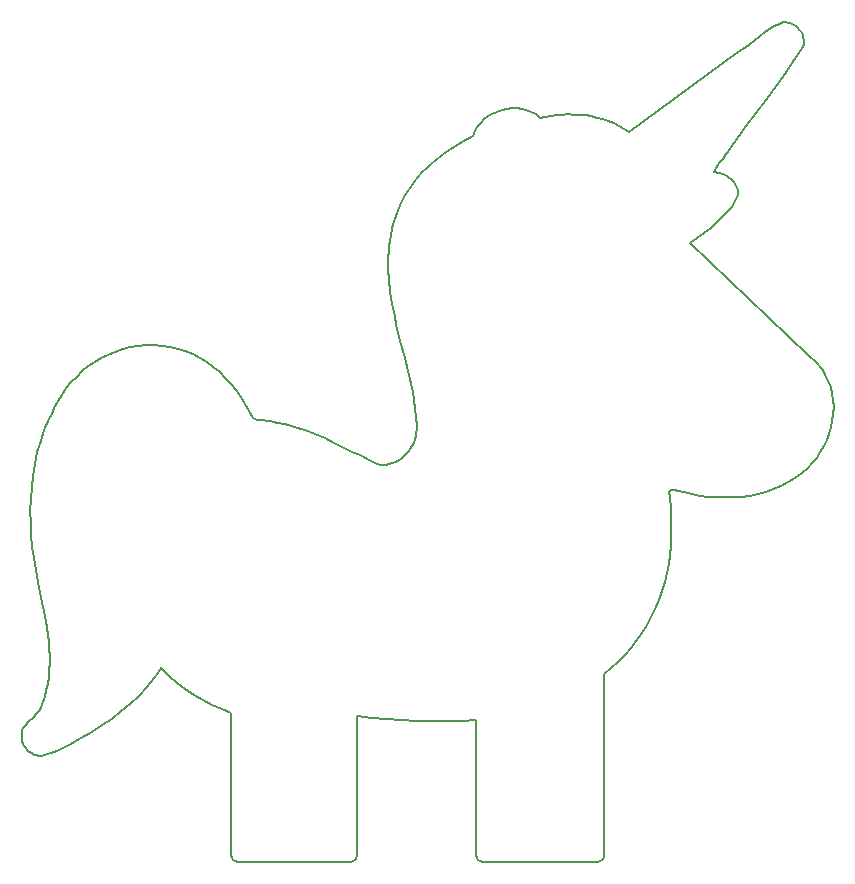
<source format=gm1>
G04 #@! TF.GenerationSoftware,KiCad,Pcbnew,7.0.2.1-36-g582732918d-dirty-deb11*
G04 #@! TF.CreationDate,2024-01-19T22:58:33+00:00*
G04 #@! TF.ProjectId,unicorn_simple,756e6963-6f72-46e5-9f73-696d706c652e,rev?*
G04 #@! TF.SameCoordinates,Original*
G04 #@! TF.FileFunction,Profile,NP*
%FSLAX46Y46*%
G04 Gerber Fmt 4.6, Leading zero omitted, Abs format (unit mm)*
G04 Created by KiCad (PCBNEW 7.0.2.1-36-g582732918d-dirty-deb11) date 2024-01-19 22:58:33*
%MOMM*%
%LPD*%
G01*
G04 APERTURE LIST*
G04 #@! TA.AperFunction,Profile*
%ADD10C,0.200000*%
G04 #@! TD*
G04 APERTURE END LIST*
D10*
X197247778Y-116203922D02*
G75*
G03*
X197747782Y-116703922I500022J22D01*
G01*
X207589141Y-116703941D02*
G75*
G03*
X208089141Y-116203922I-41J500041D01*
G01*
X221743516Y-85386250D02*
X222397579Y-85164219D01*
X221751063Y-52211609D02*
X223374188Y-49971128D01*
X168669297Y-102644640D02*
X169345016Y-101917187D01*
X223817047Y-45705355D02*
X223632094Y-45658437D01*
X158764035Y-106258609D02*
X158809972Y-106480422D01*
X185237641Y-81247500D02*
X184406829Y-80849266D01*
X177015641Y-116703922D02*
X186654110Y-116703922D01*
X218178766Y-62068922D02*
X218423110Y-61800844D01*
X161106979Y-100448062D02*
X161056130Y-101036609D01*
X192205046Y-79790625D02*
X192203954Y-80080469D01*
X162166100Y-77160594D02*
X161823888Y-77722672D01*
X176481844Y-76243703D02*
X176013282Y-75735984D01*
X191511937Y-81956469D02*
X191327641Y-82177734D01*
X222185172Y-46107978D02*
X221701735Y-46425320D01*
X213724579Y-89934828D02*
X213765485Y-88948156D01*
X219370297Y-48176022D02*
X210174157Y-54919866D01*
X201495797Y-53071953D02*
X201085750Y-52970956D01*
X159659729Y-90017844D02*
X159786329Y-91016765D01*
X221236672Y-46776284D02*
X220323829Y-47511000D01*
X172576829Y-102072828D02*
X173312813Y-102571797D01*
X226916407Y-80989375D02*
X227123016Y-80452890D01*
X217413907Y-58285859D02*
X217451860Y-58116109D01*
X227504079Y-78212781D02*
X227477063Y-77649828D01*
X194268297Y-56927969D02*
X193852454Y-57255766D01*
X189797157Y-66486359D02*
X189852063Y-67426000D01*
X169924266Y-72969344D02*
X169259922Y-72970219D01*
X224929062Y-47688723D02*
X224971501Y-47498148D01*
X189856329Y-64584000D02*
X189817719Y-65059781D01*
X167955297Y-73135484D02*
X167320047Y-73295062D01*
X192156485Y-79060547D02*
X192205046Y-79790625D01*
X190180297Y-69787844D02*
X190324563Y-70503156D01*
X219385500Y-60268937D02*
X219396438Y-60062656D01*
X167951469Y-103331078D02*
X168669297Y-102644640D01*
X207001954Y-53597325D02*
X206513594Y-53519866D01*
X189912438Y-64109750D02*
X189856329Y-64584000D01*
X187211969Y-82219297D02*
X186878485Y-82077000D01*
X209328797Y-54391836D02*
X208884407Y-54175033D01*
X208089141Y-116203922D02*
X208084875Y-100825297D01*
X170269344Y-100747531D02*
X170551313Y-100336173D01*
X173312813Y-102571797D02*
X174076469Y-103027015D01*
X197128344Y-54848969D02*
X196959360Y-55248844D01*
X160973552Y-101621547D02*
X160856543Y-102202000D01*
X161290630Y-78758234D02*
X161074144Y-79214437D01*
X159495163Y-87002047D02*
X159511646Y-88008187D01*
X167196235Y-103977703D02*
X167951469Y-103331078D01*
X180501485Y-79537531D02*
X180043969Y-79468078D01*
X224795735Y-83796048D02*
X225325329Y-83325516D01*
X227067891Y-76019265D02*
X226814688Y-75508922D01*
X189951704Y-68346500D02*
X190054844Y-69069140D01*
X176515641Y-104106547D02*
X176515641Y-116203922D01*
X220391422Y-85698297D02*
X221073704Y-85563765D01*
X218652579Y-61521281D02*
X218865422Y-61229250D01*
X183565735Y-80476953D02*
X182711626Y-80141500D01*
X195988657Y-104774172D02*
X197247782Y-104713250D01*
X207960844Y-53830436D02*
X207484954Y-53700487D01*
X170622297Y-73006531D02*
X169924266Y-72969344D01*
X160702379Y-102777312D02*
X160508369Y-103346719D01*
X173244782Y-73743500D02*
X172618063Y-73477828D01*
X161823888Y-77722672D02*
X161522833Y-78307390D01*
X226499579Y-75022094D02*
X225980266Y-74419984D01*
X171870047Y-101532406D02*
X172576829Y-102072828D01*
X211681125Y-96666312D02*
X212064266Y-95977031D01*
X165511029Y-74054234D02*
X164948415Y-74392859D01*
X216205641Y-85701031D02*
X216898750Y-85787875D01*
X178693735Y-79280828D02*
X178489641Y-79225594D01*
X218676860Y-58772906D02*
X218515094Y-58662984D01*
X215311719Y-64329922D02*
X216500297Y-63490359D01*
X191327641Y-82177734D02*
X191125187Y-82380953D01*
X213584469Y-85415781D02*
X213607766Y-85329047D01*
X190082079Y-63170437D02*
X189987360Y-63638234D01*
X193062219Y-57956422D02*
X192690891Y-58329937D01*
X158761716Y-105807765D02*
X158747311Y-106033187D01*
X200666079Y-52920698D02*
X200242141Y-52919561D01*
X218827141Y-58895187D02*
X218676860Y-58772906D01*
X205032766Y-53430900D02*
X204539485Y-53445447D01*
X159783443Y-104428000D02*
X159322383Y-104892187D01*
X162964363Y-76113437D02*
X162547065Y-76623344D01*
X223245671Y-45642215D02*
X222965890Y-45732224D01*
X208084875Y-100825297D02*
X208688188Y-100314625D01*
X224319735Y-45977091D02*
X224162563Y-45866704D01*
X159409544Y-107409234D02*
X159589838Y-107533812D01*
X213222547Y-93050156D02*
X213412532Y-92284750D01*
X224941313Y-46928064D02*
X224884219Y-46745309D01*
X221701735Y-46425320D02*
X221236672Y-46776284D01*
X181841657Y-79854172D02*
X181400001Y-79732000D01*
X224975985Y-47115795D02*
X224941313Y-46928064D01*
X209810047Y-99202937D02*
X210326188Y-98605312D01*
X217793000Y-58354984D02*
X217413907Y-58285859D01*
X219275251Y-59499703D02*
X219190047Y-59332031D01*
X219059672Y-60923875D02*
X219233688Y-60604062D01*
X188418266Y-104502156D02*
X189681766Y-104621375D01*
X186878485Y-82077000D02*
X185237641Y-81247500D01*
X217652454Y-62574562D02*
X218178766Y-62068922D01*
X216898750Y-85787875D02*
X217597766Y-85842015D01*
X219396438Y-60062656D02*
X219380360Y-59865344D01*
X209759188Y-54639756D02*
X209328797Y-54391836D01*
X162267677Y-107049390D02*
X162772124Y-106791047D01*
X203563969Y-53534358D02*
X203084907Y-53606556D01*
X213610610Y-85675765D02*
X213584579Y-85530406D01*
X218470032Y-56668094D02*
X220102125Y-54435487D01*
X179139219Y-79339781D02*
X178693735Y-79280828D01*
X174076469Y-103027015D02*
X174865938Y-103436078D01*
X202265360Y-53432737D02*
X201890751Y-53225341D01*
X192078391Y-78335390D02*
X192156485Y-79060547D01*
X174430516Y-74417906D02*
X173849516Y-74058062D01*
X190831734Y-72635750D02*
X191194968Y-74052594D01*
X160359291Y-81086391D02*
X160088129Y-82046594D01*
X169345016Y-101917187D02*
X169973922Y-101148062D01*
X160583455Y-95120078D02*
X160801888Y-96294109D01*
X161128810Y-99856781D02*
X161106979Y-100448062D01*
X214352391Y-85300719D02*
X214849391Y-85436234D01*
X213794469Y-85208078D02*
X213887766Y-85204687D01*
X218865422Y-61229250D02*
X219059672Y-60923875D01*
X189795735Y-65536219D02*
X189797157Y-66486359D01*
X197610251Y-54149045D02*
X197347094Y-54481830D01*
X227396891Y-77093875D02*
X227261157Y-76548969D01*
X224273360Y-72758140D02*
X223091234Y-71692172D01*
X159995225Y-107692953D02*
X160216447Y-107720297D01*
X205527250Y-53437736D02*
X205032766Y-53430900D01*
X219190047Y-59332031D02*
X219085594Y-59175187D01*
X194728766Y-104804031D02*
X195988657Y-104774172D01*
X166408407Y-104585281D02*
X167196235Y-103977703D01*
X163764332Y-106236953D02*
X164753574Y-105687344D01*
X159944640Y-92008906D02*
X160132152Y-92991750D01*
X226385063Y-82005359D02*
X226669766Y-81508250D01*
X219339344Y-59677547D02*
X219275251Y-59499703D01*
X208427876Y-53988264D02*
X207960844Y-53830436D01*
X159322383Y-104892187D02*
X159098755Y-105126797D01*
X191848046Y-76897437D02*
X191974266Y-77614609D01*
X219001266Y-85845734D02*
X219699516Y-85791812D01*
X197912454Y-53852289D02*
X197610251Y-54149045D01*
X189584969Y-83106984D02*
X189222172Y-83080187D01*
X169259922Y-72970219D02*
X168602797Y-73026437D01*
X180953313Y-79625906D02*
X180501485Y-79537531D01*
X218165313Y-58481750D02*
X217793000Y-58354984D01*
X166095463Y-73756844D02*
X165511029Y-74054234D01*
X195134001Y-56315173D02*
X194695954Y-56614609D01*
X159520374Y-85997875D02*
X159495163Y-87002047D01*
X188872063Y-82999031D02*
X188531688Y-82875984D01*
X224464329Y-46104590D02*
X224319735Y-45977091D01*
X192123234Y-80654140D02*
X192045796Y-80933812D01*
X191821468Y-81468547D02*
X191676876Y-81719453D01*
X176013282Y-75735984D02*
X175514094Y-75260312D01*
X192337282Y-58719750D02*
X192003141Y-59125969D01*
X175679579Y-103796687D02*
X176515641Y-104106547D01*
X227477063Y-77649828D02*
X227396891Y-77093875D01*
X213664750Y-90725281D02*
X213724579Y-89934828D01*
X213664750Y-85854594D02*
X213610610Y-85675765D01*
X189852063Y-67426000D02*
X189951704Y-68346500D01*
X223245671Y-45642215D02*
X223245671Y-45642215D01*
X213765485Y-88948156D02*
X213765704Y-87915219D01*
X193852454Y-57255766D02*
X193449844Y-57598437D01*
X223994454Y-45775452D02*
X223817047Y-45705355D01*
X161056130Y-101036609D02*
X160973552Y-101621547D01*
X218181610Y-57080875D02*
X218339766Y-56869672D01*
X188198204Y-82723953D02*
X187541188Y-82382922D01*
X181400001Y-79732000D02*
X180953313Y-79625906D01*
X210326188Y-98605312D02*
X210810938Y-97982203D01*
X227261157Y-76548969D02*
X227067891Y-76019265D01*
X217451860Y-58116109D02*
X217544063Y-57927656D01*
X161124315Y-99263422D02*
X161128810Y-99856781D01*
X163415568Y-75633062D02*
X162964363Y-76113437D01*
X213887766Y-85204687D02*
X214106516Y-85236515D01*
X190483594Y-71215844D02*
X190831734Y-72635750D01*
X201085750Y-52970956D02*
X200666079Y-52920698D01*
X159511646Y-88008187D02*
X159567340Y-89014219D01*
X206021407Y-53467026D02*
X205527250Y-53437736D01*
X189875251Y-83055141D02*
X189584969Y-83106984D01*
X213412532Y-92284750D02*
X213560297Y-91509172D01*
X174985921Y-74819750D02*
X174430516Y-74417906D01*
X159098755Y-105126797D02*
X158891752Y-105371250D01*
X160002849Y-104186062D02*
X159783443Y-104428000D01*
X190495626Y-61800297D02*
X190335172Y-62250375D01*
X217836532Y-57513344D02*
X218181610Y-57080875D01*
X221948813Y-70586390D02*
X218625454Y-67463406D01*
X191974266Y-77614609D02*
X192078391Y-78335390D01*
X216500297Y-63490359D02*
X217088079Y-63045859D01*
X194695954Y-56614609D02*
X194268297Y-56927969D01*
X219233688Y-60604062D02*
X219385500Y-60268937D01*
X199403235Y-53058051D02*
X198998985Y-53194409D01*
X184406829Y-80849266D02*
X183565735Y-80476953D01*
X161096216Y-98668859D02*
X161124315Y-99263422D01*
X209263719Y-99773219D02*
X209810047Y-99202937D01*
X160856543Y-102202000D02*
X160702379Y-102777312D01*
X177320094Y-77341281D02*
X176918032Y-76779859D01*
X204539485Y-53445447D02*
X204049375Y-53480294D01*
X226665063Y-75262281D02*
X226499579Y-75022094D01*
X224594704Y-46247184D02*
X224464329Y-46104590D01*
X190054844Y-69069140D02*
X190180297Y-69787844D01*
X159103513Y-107088109D02*
X159246794Y-107259500D01*
X164410005Y-74770531D02*
X163898250Y-75184625D01*
X164753574Y-105687344D02*
X165592600Y-105154906D01*
X218515094Y-58662984D02*
X218165313Y-58481750D01*
X218963969Y-59029390D02*
X218827141Y-58895187D01*
X219856907Y-47860726D02*
X219370297Y-48176022D01*
X224162563Y-45866704D02*
X223994454Y-45775452D01*
X225710656Y-82918094D02*
X226064704Y-82476765D01*
X222696719Y-45841272D02*
X222436844Y-45967232D01*
X191125187Y-82380953D02*
X190905454Y-82564156D01*
X197747782Y-116703922D02*
X207589141Y-116703922D01*
X197247782Y-104713250D02*
X197247782Y-116203922D01*
X182711626Y-80141500D02*
X181841657Y-79854172D01*
X171305016Y-73105953D02*
X170622297Y-73006531D01*
X160374330Y-103651547D02*
X160202819Y-103929359D01*
X217676844Y-57725203D02*
X217836532Y-57513344D01*
X224162891Y-48836756D02*
X224929062Y-47688723D01*
X196035032Y-55756595D02*
X195134001Y-56315173D01*
X175514094Y-75260312D02*
X174985921Y-74819750D01*
X217544063Y-57927656D02*
X217676844Y-57725203D01*
X190905454Y-82564156D02*
X190669641Y-82725265D01*
X227479907Y-78778687D02*
X227504079Y-78212781D01*
X223374188Y-49971128D02*
X224162891Y-48836756D01*
X164948415Y-74392859D02*
X164410005Y-74770531D01*
X188531688Y-82875984D02*
X188198204Y-82723953D01*
X191398844Y-59989922D02*
X191131750Y-60448422D01*
X160088129Y-82046594D02*
X159871161Y-83020140D01*
X219380360Y-59865344D02*
X219339344Y-59677547D01*
X218625454Y-67463406D02*
X215311719Y-64329922D01*
X163898250Y-75184625D02*
X163415568Y-75633062D01*
X160980027Y-97479187D02*
X161047216Y-98073859D01*
X190418626Y-82862203D02*
X190153501Y-82972890D01*
X190197688Y-62707453D02*
X190082079Y-63170437D01*
X227123016Y-80452890D02*
X227287188Y-79902844D01*
X223441016Y-45636716D02*
X223245671Y-45642215D01*
X214849391Y-85436234D02*
X215521500Y-85583234D01*
X192206688Y-104772312D02*
X193468110Y-104803266D01*
X169973922Y-101148062D02*
X170269344Y-100747531D01*
X204049375Y-53480294D02*
X203563969Y-53534358D01*
X159871161Y-83020140D02*
X159705874Y-84004734D01*
X192690891Y-58329937D02*
X192337282Y-58719750D01*
X198998985Y-53194409D02*
X198612235Y-53373325D01*
X217088079Y-63045859D02*
X217652454Y-62574562D01*
X190944500Y-104711500D02*
X192206688Y-104772312D01*
X202613938Y-53695806D02*
X202265360Y-53432737D01*
X189681766Y-104621375D02*
X190944500Y-104711500D01*
X196959360Y-55248844D02*
X196035032Y-55756595D01*
X176515578Y-116203922D02*
G75*
G03*
X177015641Y-116703922I500022J22D01*
G01*
X165592600Y-105154906D02*
X166408407Y-104585281D01*
X207484954Y-53700487D02*
X207001954Y-53597325D01*
X158809972Y-106480422D02*
X158883155Y-106695015D01*
X179602313Y-79381453D02*
X179139219Y-79339781D01*
X224709219Y-46402848D02*
X224594704Y-46247184D01*
X189222172Y-83080187D02*
X188872063Y-82999031D01*
X219085594Y-59175187D02*
X218963969Y-59029390D01*
X192176391Y-80369000D02*
X192123234Y-80654140D01*
X186654110Y-116703910D02*
G75*
G03*
X187154110Y-116203922I-10J500010D01*
G01*
X187154110Y-104354391D02*
X188418266Y-104502156D01*
X191676876Y-81719453D02*
X191511937Y-81956469D01*
X160202819Y-103929359D02*
X160002849Y-104186062D01*
X162772124Y-106791047D02*
X163764332Y-106236953D01*
X161753800Y-107284547D02*
X162267677Y-107049390D01*
X213560297Y-91509172D02*
X213664750Y-90725281D01*
X179828172Y-79415250D02*
X179602313Y-79381453D01*
X193449844Y-57598437D02*
X193062219Y-57956422D01*
X161522833Y-78307390D02*
X161290630Y-78758234D01*
X191131750Y-60448422D02*
X190889922Y-60925078D01*
X220102125Y-54435487D02*
X221751063Y-52211609D01*
X158747311Y-106033187D02*
X158764035Y-106258609D01*
X171194329Y-100952719D02*
X171870047Y-101532406D01*
X159589838Y-107533812D02*
X159785718Y-107629515D01*
X225325329Y-83325516D02*
X225710656Y-82918094D01*
X166699235Y-73502984D02*
X166095463Y-73756844D01*
X223632094Y-45658437D02*
X223441016Y-45636716D01*
X211262985Y-97335359D02*
X211681125Y-96666312D01*
X200242141Y-52919561D02*
X199819407Y-52965892D01*
X192003141Y-59125969D02*
X191689781Y-59549250D01*
X221073704Y-85563765D02*
X221743516Y-85386250D01*
X178304579Y-79142687D02*
X178015063Y-78526031D01*
X160346385Y-93963328D02*
X160583455Y-95120078D01*
X213652063Y-85267469D02*
X213715172Y-85228094D01*
X158891752Y-105371250D02*
X158809218Y-105585953D01*
X206513594Y-53519866D02*
X206021407Y-53467026D01*
X159589772Y-84998078D02*
X159520374Y-85997875D01*
X213730266Y-86872000D02*
X213664750Y-85854594D01*
X213584579Y-85530406D02*
X213584469Y-85415781D01*
X187154110Y-116203922D02*
X187154110Y-104354391D01*
X226064704Y-82476765D02*
X226385063Y-82005359D01*
X170551313Y-100336173D02*
X171194329Y-100952719D01*
X159785718Y-107629515D02*
X159995225Y-107692953D01*
X171970891Y-73264109D02*
X171305016Y-73105953D01*
X158883155Y-106695015D02*
X158981647Y-106898781D01*
X224806235Y-46569566D02*
X224709219Y-46402848D01*
X227406954Y-79343390D02*
X227479907Y-78778687D01*
X212991547Y-93803859D02*
X213222547Y-93050156D01*
X203084907Y-53606556D02*
X202613938Y-53695806D01*
X222397579Y-85164219D02*
X223032938Y-84895922D01*
X224986594Y-47306501D02*
X224975985Y-47115795D01*
X190324563Y-70503156D02*
X190483594Y-71215844D01*
X223091234Y-71692172D02*
X222511110Y-71148140D01*
X212411204Y-95268937D02*
X212720625Y-94544000D01*
X180043969Y-79468078D02*
X179828172Y-79415250D01*
X198248235Y-53593169D02*
X197912454Y-53852289D01*
X176918032Y-76779859D02*
X176481844Y-76243703D01*
X189817719Y-65059781D02*
X189795735Y-65536219D01*
X222436844Y-45967232D02*
X222185172Y-46107978D01*
X159567340Y-89014219D02*
X159659729Y-90017844D01*
X160216447Y-107720297D02*
X160447415Y-107708047D01*
X193468110Y-104803266D02*
X194728766Y-104804031D01*
X178015063Y-78526031D02*
X177686391Y-77924469D01*
X191944844Y-81206047D02*
X191821468Y-81468547D01*
X199819407Y-52965892D02*
X199403235Y-53058051D01*
X161227608Y-107488422D02*
X161753800Y-107284547D01*
X218423110Y-61800844D02*
X218652579Y-61521281D01*
X192203954Y-80080469D02*
X192176391Y-80369000D01*
X160508369Y-103346719D02*
X160374330Y-103651547D01*
X225980266Y-74419984D02*
X225430766Y-73847187D01*
X177686391Y-77924469D02*
X177320094Y-77341281D01*
X226669766Y-81508250D02*
X226916407Y-80989375D01*
X161074144Y-79214437D02*
X160687132Y-80141500D01*
X187541188Y-82382922D02*
X187211969Y-82219297D01*
X212064266Y-95977031D02*
X212411204Y-95268937D01*
X174865938Y-103436078D02*
X175679579Y-103796687D01*
X224859172Y-73295828D02*
X224273360Y-72758140D01*
X189987360Y-63638234D02*
X189912438Y-64109750D01*
X220323829Y-47511000D02*
X219856907Y-47860726D01*
X225430766Y-73847187D02*
X224859172Y-73295828D01*
X190669641Y-82725265D02*
X190418626Y-82862203D01*
X160132152Y-92991750D02*
X160346385Y-93963328D01*
X213765704Y-87915219D02*
X213730266Y-86872000D01*
X159786329Y-91016765D02*
X159944640Y-92008906D01*
X160801888Y-96294109D02*
X160980027Y-97479187D01*
X208884407Y-54175033D02*
X208427876Y-53988264D01*
X212720625Y-94544000D02*
X212991547Y-93803859D01*
X159246794Y-107259500D02*
X159409544Y-107409234D01*
X191543657Y-75471516D02*
X191848046Y-76897437D01*
X224235078Y-84213531D02*
X224795735Y-83796048D01*
X160687132Y-80141500D02*
X160359291Y-81086391D01*
X215521500Y-85583234D02*
X216205641Y-85701031D01*
X213607766Y-85329047D02*
X213652063Y-85267469D01*
X190153501Y-82972890D02*
X189875251Y-83055141D01*
X161047216Y-98073859D02*
X161096216Y-98668859D01*
X210174157Y-54919866D02*
X209759188Y-54639756D01*
X208688188Y-100314625D02*
X209263719Y-99773219D01*
X167320047Y-73295062D02*
X166699235Y-73502984D01*
X226814688Y-75508922D02*
X226665063Y-75262281D01*
X162547065Y-76623344D02*
X162166100Y-77160594D01*
X213715172Y-85228094D02*
X213794469Y-85208078D01*
X191194968Y-74052594D02*
X191543657Y-75471516D01*
X227287188Y-79902844D02*
X227406954Y-79343390D01*
X159705874Y-84004734D02*
X159589772Y-84998078D01*
X192045796Y-80933812D02*
X191944844Y-81206047D01*
X223646532Y-84579609D02*
X224235078Y-84213531D01*
X214106516Y-85236515D02*
X214352391Y-85300719D01*
X218339766Y-56869672D02*
X218470032Y-56668094D01*
X168602797Y-73026437D02*
X167955297Y-73135484D01*
X222965890Y-45732224D02*
X222696719Y-45841272D01*
X201890751Y-53225341D02*
X201495797Y-53071953D01*
X219699516Y-85791812D02*
X220391422Y-85698297D01*
X190680251Y-61358094D02*
X190495626Y-61800297D01*
X190889922Y-60925078D02*
X190680251Y-61358094D01*
X224884219Y-46745309D02*
X224806235Y-46569566D01*
X224971501Y-47498148D02*
X224986594Y-47306501D01*
X197347094Y-54481830D02*
X197128344Y-54848969D01*
X218299625Y-85861922D02*
X219001266Y-85845734D01*
X190335172Y-62250375D02*
X190197688Y-62707453D01*
X222511110Y-71148140D02*
X221948813Y-70586390D01*
X160447415Y-107708047D02*
X160686191Y-107652703D01*
X223032938Y-84895922D02*
X223646532Y-84579609D01*
X191689781Y-59549250D02*
X191398844Y-59989922D01*
X158809218Y-105585953D02*
X158761716Y-105807765D01*
X158981647Y-106898781D02*
X159103513Y-107088109D01*
X160686191Y-107652703D02*
X161227608Y-107488422D01*
X210810938Y-97982203D02*
X211262985Y-97335359D01*
X198612235Y-53373325D02*
X198248235Y-53593169D01*
X178489641Y-79225594D02*
X178304579Y-79142687D01*
X172618063Y-73477828D02*
X171970891Y-73264109D01*
X173849516Y-74058062D02*
X173244782Y-73743500D01*
X217597766Y-85842015D02*
X218299625Y-85861922D01*
M02*

</source>
